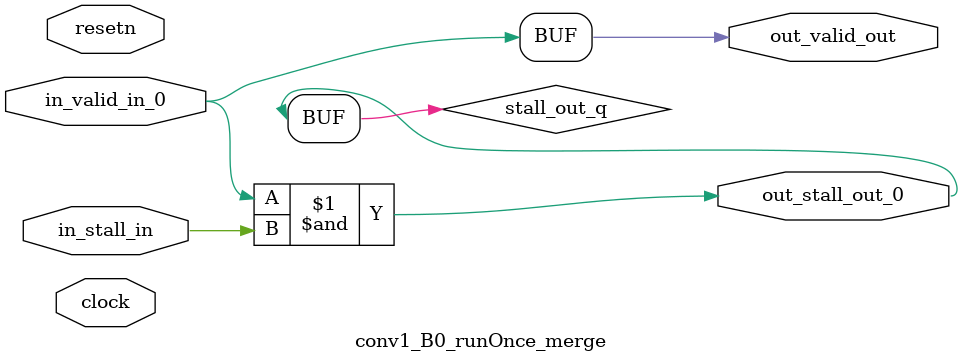
<source format=sv>



(* altera_attribute = "-name AUTO_SHIFT_REGISTER_RECOGNITION OFF; -name MESSAGE_DISABLE 10036; -name MESSAGE_DISABLE 10037; -name MESSAGE_DISABLE 14130; -name MESSAGE_DISABLE 14320; -name MESSAGE_DISABLE 15400; -name MESSAGE_DISABLE 14130; -name MESSAGE_DISABLE 10036; -name MESSAGE_DISABLE 12020; -name MESSAGE_DISABLE 12030; -name MESSAGE_DISABLE 12010; -name MESSAGE_DISABLE 12110; -name MESSAGE_DISABLE 14320; -name MESSAGE_DISABLE 13410; -name MESSAGE_DISABLE 113007; -name MESSAGE_DISABLE 10958" *)
module conv1_B0_runOnce_merge (
    input wire [0:0] in_stall_in,
    input wire [0:0] in_valid_in_0,
    output wire [0:0] out_stall_out_0,
    output wire [0:0] out_valid_out,
    input wire clock,
    input wire resetn
    );

    wire [0:0] stall_out_q;


    // stall_out(LOGICAL,6)
    assign stall_out_q = in_valid_in_0 & in_stall_in;

    // out_stall_out_0(GPOUT,4)
    assign out_stall_out_0 = stall_out_q;

    // out_valid_out(GPOUT,5)
    assign out_valid_out = in_valid_in_0;

endmodule

</source>
